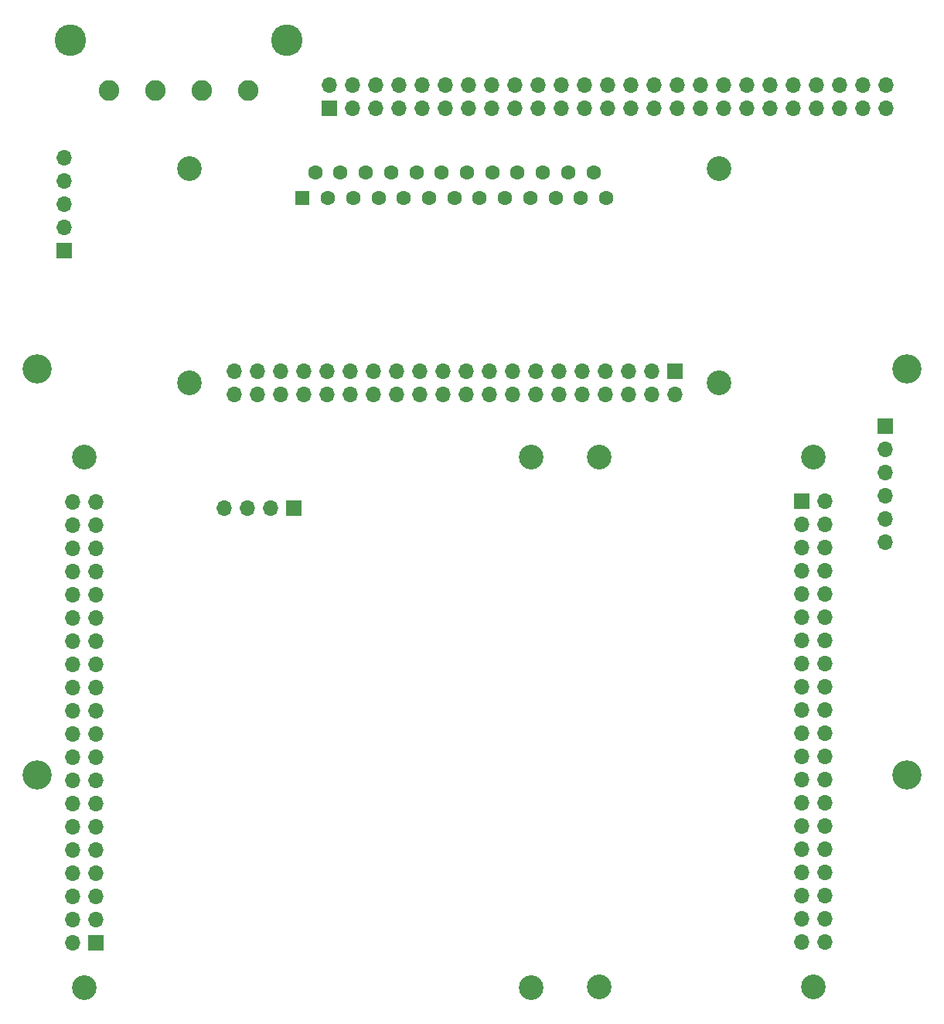
<source format=gbr>
%TF.GenerationSoftware,KiCad,Pcbnew,(6.0.5)*%
%TF.CreationDate,2022-06-02T22:48:02-05:00*%
%TF.ProjectId,rascsi_3p5_holder,72617363-7369-45f3-9370-355f686f6c64,rev?*%
%TF.SameCoordinates,Original*%
%TF.FileFunction,Soldermask,Bot*%
%TF.FilePolarity,Negative*%
%FSLAX46Y46*%
G04 Gerber Fmt 4.6, Leading zero omitted, Abs format (unit mm)*
G04 Created by KiCad (PCBNEW (6.0.5)) date 2022-06-02 22:48:02*
%MOMM*%
%LPD*%
G01*
G04 APERTURE LIST*
%ADD10C,2.700000*%
%ADD11R,1.700000X1.700000*%
%ADD12O,1.700000X1.700000*%
%ADD13C,3.200000*%
%ADD14C,2.250000*%
%ADD15C,3.450000*%
%ADD16R,1.600000X1.600000*%
%ADD17C,1.600000*%
G04 APERTURE END LIST*
D10*
%TO.C,H6*%
X226020000Y-131800000D03*
%TD*%
%TO.C,H12*%
X169635000Y-131865000D03*
%TD*%
D11*
%TO.C,J1*%
X234330000Y-64450000D03*
D12*
X234330000Y-66990000D03*
X231790000Y-64450000D03*
X231790000Y-66990000D03*
X229250000Y-64450000D03*
X229250000Y-66990000D03*
X226710000Y-64450000D03*
X226710000Y-66990000D03*
X224170000Y-64450000D03*
X224170000Y-66990000D03*
X221630000Y-64450000D03*
X221630000Y-66990000D03*
X219090000Y-64450000D03*
X219090000Y-66990000D03*
X216550000Y-64450000D03*
X216550000Y-66990000D03*
X214010000Y-64450000D03*
X214010000Y-66990000D03*
X211470000Y-64450000D03*
X211470000Y-66990000D03*
X208930000Y-64450000D03*
X208930000Y-66990000D03*
X206390000Y-64450000D03*
X206390000Y-66990000D03*
X203850000Y-64450000D03*
X203850000Y-66990000D03*
X201310000Y-64450000D03*
X201310000Y-66990000D03*
X198770000Y-64450000D03*
X198770000Y-66990000D03*
X196230000Y-64450000D03*
X196230000Y-66990000D03*
X193690000Y-64450000D03*
X193690000Y-66990000D03*
X191150000Y-64450000D03*
X191150000Y-66990000D03*
X188610000Y-64450000D03*
X188610000Y-66990000D03*
X186070000Y-64450000D03*
X186070000Y-66990000D03*
%TD*%
D13*
%TO.C,H15*%
X164500000Y-108630000D03*
%TD*%
D10*
%TO.C,H5*%
X249520000Y-131800000D03*
%TD*%
D11*
%TO.C,J8*%
X257400000Y-70450000D03*
D12*
X257400000Y-72990000D03*
X257400000Y-75530000D03*
X257400000Y-78070000D03*
X257400000Y-80610000D03*
X257400000Y-83150000D03*
%TD*%
D10*
%TO.C,H10*%
X169635000Y-73865000D03*
%TD*%
D14*
%TO.C,J4*%
X172370000Y-33650000D03*
X177450000Y-33650000D03*
X182530000Y-33650000D03*
X187610000Y-33650000D03*
D15*
X168140000Y-28200000D03*
X191840000Y-28200000D03*
%TD*%
D13*
%TO.C,H13*%
X259750000Y-108630000D03*
%TD*%
%TO.C,H16*%
X164500000Y-64180000D03*
%TD*%
D11*
%TO.C,J6*%
X170905000Y-126995000D03*
D12*
X168365000Y-126995000D03*
X170905000Y-124455000D03*
X168365000Y-124455000D03*
X170905000Y-121915000D03*
X168365000Y-121915000D03*
X170905000Y-119375000D03*
X168365000Y-119375000D03*
X170905000Y-116835000D03*
X168365000Y-116835000D03*
X170905000Y-114295000D03*
X168365000Y-114295000D03*
X170905000Y-111755000D03*
X168365000Y-111755000D03*
X170905000Y-109215000D03*
X168365000Y-109215000D03*
X170905000Y-106675000D03*
X168365000Y-106675000D03*
X170905000Y-104135000D03*
X168365000Y-104135000D03*
X170905000Y-101595000D03*
X168365000Y-101595000D03*
X170905000Y-99055000D03*
X168365000Y-99055000D03*
X170905000Y-96515000D03*
X168365000Y-96515000D03*
X170905000Y-93975000D03*
X168365000Y-93975000D03*
X170905000Y-91435000D03*
X168365000Y-91435000D03*
X170905000Y-88895000D03*
X168365000Y-88895000D03*
X170905000Y-86355000D03*
X168365000Y-86355000D03*
X170905000Y-83815000D03*
X168365000Y-83815000D03*
X170905000Y-81275000D03*
X168365000Y-81275000D03*
X170905000Y-78735000D03*
X168365000Y-78735000D03*
%TD*%
D11*
%TO.C,J9*%
X167500000Y-51250000D03*
D12*
X167500000Y-48710000D03*
X167500000Y-46170000D03*
X167500000Y-43630000D03*
X167500000Y-41090000D03*
%TD*%
D10*
%TO.C,H2*%
X181200000Y-65720000D03*
%TD*%
%TO.C,H1*%
X239200000Y-65720000D03*
%TD*%
%TO.C,H7*%
X249520000Y-73800000D03*
%TD*%
D11*
%TO.C,J2*%
X196525000Y-35600000D03*
D12*
X196525000Y-33060000D03*
X199065000Y-35600000D03*
X199065000Y-33060000D03*
X201605000Y-35600000D03*
X201605000Y-33060000D03*
X204145000Y-35600000D03*
X204145000Y-33060000D03*
X206685000Y-35600000D03*
X206685000Y-33060000D03*
X209225000Y-35600000D03*
X209225000Y-33060000D03*
X211765000Y-35600000D03*
X211765000Y-33060000D03*
X214305000Y-35600000D03*
X214305000Y-33060000D03*
X216845000Y-35600000D03*
X216845000Y-33060000D03*
X219385000Y-35600000D03*
X219385000Y-33060000D03*
X221925000Y-35600000D03*
X221925000Y-33060000D03*
X224465000Y-35600000D03*
X224465000Y-33060000D03*
X227005000Y-35600000D03*
X227005000Y-33060000D03*
X229545000Y-35600000D03*
X229545000Y-33060000D03*
X232085000Y-35600000D03*
X232085000Y-33060000D03*
X234625000Y-35600000D03*
X234625000Y-33060000D03*
X237165000Y-35600000D03*
X237165000Y-33060000D03*
X239705000Y-35600000D03*
X239705000Y-33060000D03*
X242245000Y-35600000D03*
X242245000Y-33060000D03*
X244785000Y-35600000D03*
X244785000Y-33060000D03*
X247325000Y-35600000D03*
X247325000Y-33060000D03*
X249865000Y-35600000D03*
X249865000Y-33060000D03*
X252405000Y-35600000D03*
X252405000Y-33060000D03*
X254945000Y-35600000D03*
X254945000Y-33060000D03*
X257485000Y-35600000D03*
X257485000Y-33060000D03*
%TD*%
D11*
%TO.C,J5*%
X248250000Y-78670000D03*
D12*
X250790000Y-78670000D03*
X248250000Y-81210000D03*
X250790000Y-81210000D03*
X248250000Y-83750000D03*
X250790000Y-83750000D03*
X248250000Y-86290000D03*
X250790000Y-86290000D03*
X248250000Y-88830000D03*
X250790000Y-88830000D03*
X248250000Y-91370000D03*
X250790000Y-91370000D03*
X248250000Y-93910000D03*
X250790000Y-93910000D03*
X248250000Y-96450000D03*
X250790000Y-96450000D03*
X248250000Y-98990000D03*
X250790000Y-98990000D03*
X248250000Y-101530000D03*
X250790000Y-101530000D03*
X248250000Y-104070000D03*
X250790000Y-104070000D03*
X248250000Y-106610000D03*
X250790000Y-106610000D03*
X248250000Y-109150000D03*
X250790000Y-109150000D03*
X248250000Y-111690000D03*
X250790000Y-111690000D03*
X248250000Y-114230000D03*
X250790000Y-114230000D03*
X248250000Y-116770000D03*
X250790000Y-116770000D03*
X248250000Y-119310000D03*
X250790000Y-119310000D03*
X248250000Y-121850000D03*
X250790000Y-121850000D03*
X248250000Y-124390000D03*
X250790000Y-124390000D03*
X248250000Y-126930000D03*
X250790000Y-126930000D03*
%TD*%
D10*
%TO.C,H11*%
X218635000Y-73865000D03*
%TD*%
D13*
%TO.C,H14*%
X259750000Y-64180000D03*
%TD*%
D10*
%TO.C,H3*%
X239200000Y-42220000D03*
%TD*%
%TO.C,H8*%
X226020000Y-73800000D03*
%TD*%
D16*
%TO.C,J3*%
X193573680Y-45468800D03*
D17*
X196343680Y-45468800D03*
X199113680Y-45468800D03*
X201883680Y-45468800D03*
X204653680Y-45468800D03*
X207423680Y-45468800D03*
X210193680Y-45468800D03*
X212963680Y-45468800D03*
X215733680Y-45468800D03*
X218503680Y-45468800D03*
X221273680Y-45468800D03*
X224043680Y-45468800D03*
X226813680Y-45468800D03*
X194958680Y-42628800D03*
X197728680Y-42628800D03*
X200498680Y-42628800D03*
X203268680Y-42628800D03*
X206038680Y-42628800D03*
X208808680Y-42628800D03*
X211578680Y-42628800D03*
X214348680Y-42628800D03*
X217118680Y-42628800D03*
X219888680Y-42628800D03*
X222658680Y-42628800D03*
X225428680Y-42628800D03*
%TD*%
D10*
%TO.C,H9*%
X218635000Y-131865000D03*
%TD*%
%TO.C,H4*%
X181200000Y-42220000D03*
%TD*%
D11*
%TO.C,J7*%
X192585000Y-79405000D03*
D12*
X190045000Y-79405000D03*
X187505000Y-79405000D03*
X184965000Y-79405000D03*
%TD*%
M02*

</source>
